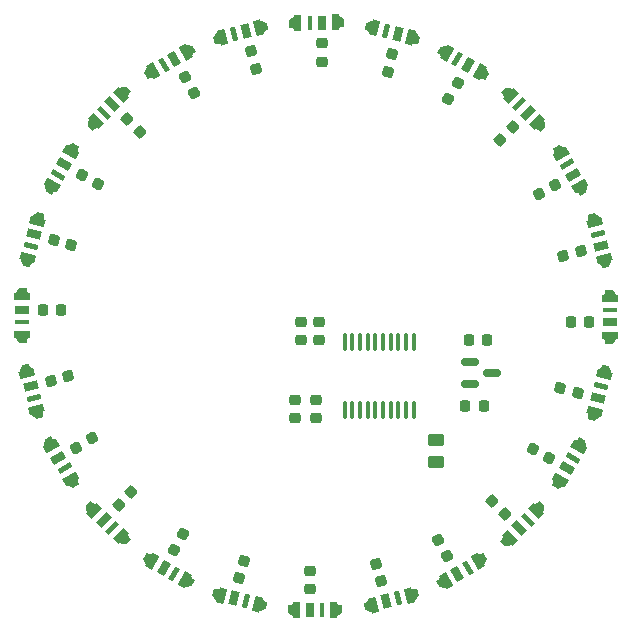
<source format=gbr>
G04 #@! TF.GenerationSoftware,KiCad,Pcbnew,7.0.2-0*
G04 #@! TF.CreationDate,2023-06-19T13:03:14-04:00*
G04 #@! TF.ProjectId,speed_joystick,73706565-645f-46a6-9f79-737469636b2e,rev?*
G04 #@! TF.SameCoordinates,Original*
G04 #@! TF.FileFunction,Paste,Top*
G04 #@! TF.FilePolarity,Positive*
%FSLAX46Y46*%
G04 Gerber Fmt 4.6, Leading zero omitted, Abs format (unit mm)*
G04 Created by KiCad (PCBNEW 7.0.2-0) date 2023-06-19 13:03:14*
%MOMM*%
%LPD*%
G01*
G04 APERTURE LIST*
G04 Aperture macros list*
%AMRoundRect*
0 Rectangle with rounded corners*
0 $1 Rounding radius*
0 $2 $3 $4 $5 $6 $7 $8 $9 X,Y pos of 4 corners*
0 Add a 4 corners polygon primitive as box body*
4,1,4,$2,$3,$4,$5,$6,$7,$8,$9,$2,$3,0*
0 Add four circle primitives for the rounded corners*
1,1,$1+$1,$2,$3*
1,1,$1+$1,$4,$5*
1,1,$1+$1,$6,$7*
1,1,$1+$1,$8,$9*
0 Add four rect primitives between the rounded corners*
20,1,$1+$1,$2,$3,$4,$5,0*
20,1,$1+$1,$4,$5,$6,$7,0*
20,1,$1+$1,$6,$7,$8,$9,0*
20,1,$1+$1,$8,$9,$2,$3,0*%
%AMRotRect*
0 Rectangle, with rotation*
0 The origin of the aperture is its center*
0 $1 length*
0 $2 width*
0 $3 Rotation angle, in degrees counterclockwise*
0 Add horizontal line*
21,1,$1,$2,0,0,$3*%
%AMFreePoly0*
4,1,27,0.535355,0.635355,0.550000,0.600000,0.550000,-0.600000,0.535355,-0.635355,0.500000,-0.650000,-0.050000,-0.650000,-0.085355,-0.635355,-0.100000,-0.600000,-0.100000,-0.486441,-0.207708,-0.454816,-0.327430,-0.377875,-0.420627,-0.270320,-0.429907,-0.250000,-0.500000,-0.250000,-0.535356,-0.235355,-0.550000,-0.200000,-0.550001,0.350000,-0.535355,0.385355,-0.500000,0.400000,-0.293003,0.400000,
-0.207707,0.454816,-0.100000,0.486441,-0.100000,0.600000,-0.085355,0.635355,-0.050000,0.650000,0.500000,0.650000,0.535355,0.635355,0.535355,0.635355,$1*%
%AMFreePoly1*
4,1,27,0.085355,0.635355,0.100000,0.600000,0.100000,0.486441,0.207708,0.454816,0.293003,0.400000,0.500000,0.400000,0.535355,0.385355,0.550000,0.350000,0.550000,-0.200000,0.535355,-0.235355,0.500000,-0.250000,0.429908,-0.250000,0.420627,-0.270320,0.327430,-0.377875,0.207707,-0.454816,0.100000,-0.486441,0.100000,-0.600000,0.085355,-0.635355,0.050000,-0.650000,-0.500000,-0.650000,
-0.535355,-0.635355,-0.550000,-0.600000,-0.550000,0.600000,-0.535355,0.635355,-0.500000,0.650000,0.050000,0.650000,0.085355,0.635355,0.085355,0.635355,$1*%
G04 Aperture macros list end*
%ADD10FreePoly0,255.000000*%
%ADD11RotRect,0.700000X1.200000X255.000000*%
%ADD12RotRect,0.450000X1.200000X255.000000*%
%ADD13FreePoly1,255.000000*%
%ADD14FreePoly0,165.000000*%
%ADD15RotRect,0.700000X1.200000X165.000000*%
%ADD16RotRect,0.450000X1.200000X165.000000*%
%ADD17FreePoly1,165.000000*%
%ADD18RoundRect,0.225000X-0.225000X-0.250000X0.225000X-0.250000X0.225000X0.250000X-0.225000X0.250000X0*%
%ADD19FreePoly0,30.000000*%
%ADD20RotRect,0.700000X1.200000X30.000000*%
%ADD21RotRect,0.450000X1.200000X30.000000*%
%ADD22FreePoly1,30.000000*%
%ADD23RoundRect,0.225000X0.250000X-0.225000X0.250000X0.225000X-0.250000X0.225000X-0.250000X-0.225000X0*%
%ADD24RoundRect,0.225000X0.225000X0.250000X-0.225000X0.250000X-0.225000X-0.250000X0.225000X-0.250000X0*%
%ADD25RoundRect,0.150000X-0.587500X-0.150000X0.587500X-0.150000X0.587500X0.150000X-0.587500X0.150000X0*%
%ADD26FreePoly0,300.000000*%
%ADD27RotRect,0.700000X1.200000X300.000000*%
%ADD28RotRect,0.450000X1.200000X300.000000*%
%ADD29FreePoly1,300.000000*%
%ADD30FreePoly0,150.000000*%
%ADD31RotRect,0.700000X1.200000X150.000000*%
%ADD32RotRect,0.450000X1.200000X150.000000*%
%ADD33FreePoly1,150.000000*%
%ADD34RoundRect,0.225000X0.152629X0.299716X-0.282038X0.183247X-0.152629X-0.299716X0.282038X-0.183247X0*%
%ADD35RoundRect,0.225000X0.183247X-0.282038X0.299716X0.152629X-0.183247X0.282038X-0.299716X-0.152629X0*%
%ADD36RoundRect,0.225000X-0.152629X-0.299716X0.282038X-0.183247X0.152629X0.299716X-0.282038X0.183247X0*%
%ADD37RoundRect,0.100000X0.100000X-0.637500X0.100000X0.637500X-0.100000X0.637500X-0.100000X-0.637500X0*%
%ADD38FreePoly0,315.000000*%
%ADD39RotRect,0.700000X1.200000X315.000000*%
%ADD40RotRect,0.450000X1.200000X315.000000*%
%ADD41FreePoly1,315.000000*%
%ADD42FreePoly0,105.000000*%
%ADD43RotRect,0.700000X1.200000X105.000000*%
%ADD44RotRect,0.450000X1.200000X105.000000*%
%ADD45FreePoly1,105.000000*%
%ADD46FreePoly0,135.000000*%
%ADD47RotRect,0.700000X1.200000X135.000000*%
%ADD48RotRect,0.450000X1.200000X135.000000*%
%ADD49FreePoly1,135.000000*%
%ADD50FreePoly0,330.000000*%
%ADD51RotRect,0.700000X1.200000X330.000000*%
%ADD52RotRect,0.450000X1.200000X330.000000*%
%ADD53FreePoly1,330.000000*%
%ADD54FreePoly0,195.000000*%
%ADD55RotRect,0.700000X1.200000X195.000000*%
%ADD56RotRect,0.450000X1.200000X195.000000*%
%ADD57FreePoly1,195.000000*%
%ADD58FreePoly0,0.000000*%
%ADD59R,0.700000X1.200000*%
%ADD60R,0.450000X1.200000*%
%ADD61FreePoly1,0.000000*%
%ADD62RoundRect,0.225000X-0.183247X0.282038X-0.299716X-0.152629X0.183247X-0.282038X0.299716X0.152629X0*%
%ADD63FreePoly0,90.000000*%
%ADD64R,1.200000X0.700000*%
%ADD65R,1.200000X0.450000*%
%ADD66FreePoly1,90.000000*%
%ADD67RoundRect,0.225000X-0.329006X0.069856X-0.104006X-0.319856X0.329006X-0.069856X0.104006X0.319856X0*%
%ADD68RoundRect,0.225000X-0.299716X0.152629X-0.183247X-0.282038X0.299716X-0.152629X0.183247X0.282038X0*%
%ADD69RoundRect,0.225000X-0.319856X-0.104006X0.069856X-0.329006X0.319856X0.104006X-0.069856X0.329006X0*%
%ADD70FreePoly0,210.000000*%
%ADD71RotRect,0.700000X1.200000X210.000000*%
%ADD72RotRect,0.450000X1.200000X210.000000*%
%ADD73FreePoly1,210.000000*%
%ADD74FreePoly0,240.000000*%
%ADD75RotRect,0.700000X1.200000X240.000000*%
%ADD76RotRect,0.450000X1.200000X240.000000*%
%ADD77FreePoly1,240.000000*%
%ADD78FreePoly0,345.000000*%
%ADD79RotRect,0.700000X1.200000X345.000000*%
%ADD80RotRect,0.450000X1.200000X345.000000*%
%ADD81FreePoly1,345.000000*%
%ADD82RoundRect,0.225000X0.069856X0.329006X-0.319856X0.104006X-0.069856X-0.329006X0.319856X-0.104006X0*%
%ADD83RoundRect,0.225000X0.104006X-0.319856X0.329006X0.069856X-0.104006X0.319856X-0.329006X-0.069856X0*%
%ADD84FreePoly0,15.000000*%
%ADD85RotRect,0.700000X1.200000X15.000000*%
%ADD86RotRect,0.450000X1.200000X15.000000*%
%ADD87FreePoly1,15.000000*%
%ADD88FreePoly0,285.000000*%
%ADD89RotRect,0.700000X1.200000X285.000000*%
%ADD90RotRect,0.450000X1.200000X285.000000*%
%ADD91FreePoly1,285.000000*%
%ADD92RoundRect,0.225000X-0.250000X0.225000X-0.250000X-0.225000X0.250000X-0.225000X0.250000X0.225000X0*%
%ADD93FreePoly0,120.000000*%
%ADD94RotRect,0.700000X1.200000X120.000000*%
%ADD95RotRect,0.450000X1.200000X120.000000*%
%ADD96FreePoly1,120.000000*%
%ADD97RoundRect,0.225000X0.335876X0.017678X0.017678X0.335876X-0.335876X-0.017678X-0.017678X-0.335876X0*%
%ADD98FreePoly0,45.000000*%
%ADD99RotRect,0.700000X1.200000X45.000000*%
%ADD100RotRect,0.450000X1.200000X45.000000*%
%ADD101FreePoly1,45.000000*%
%ADD102RoundRect,0.225000X-0.104006X0.319856X-0.329006X-0.069856X0.104006X-0.319856X0.329006X0.069856X0*%
%ADD103FreePoly0,225.000000*%
%ADD104RotRect,0.700000X1.200000X225.000000*%
%ADD105RotRect,0.450000X1.200000X225.000000*%
%ADD106FreePoly1,225.000000*%
%ADD107RoundRect,0.225000X0.282038X0.183247X-0.152629X0.299716X-0.282038X-0.183247X0.152629X-0.299716X0*%
%ADD108FreePoly0,180.000000*%
%ADD109FreePoly1,180.000000*%
%ADD110RoundRect,0.225000X-0.335876X-0.017678X-0.017678X-0.335876X0.335876X0.017678X0.017678X0.335876X0*%
%ADD111RoundRect,0.250000X0.450000X-0.262500X0.450000X0.262500X-0.450000X0.262500X-0.450000X-0.262500X0*%
%ADD112RoundRect,0.225000X0.329006X-0.069856X0.104006X0.319856X-0.329006X0.069856X-0.104006X-0.319856X0*%
%ADD113RoundRect,0.225000X-0.282038X-0.183247X0.152629X-0.299716X0.282038X0.183247X-0.152629X0.299716X0*%
%ADD114FreePoly0,75.000000*%
%ADD115RotRect,0.700000X1.200000X75.000000*%
%ADD116RotRect,0.450000X1.200000X75.000000*%
%ADD117FreePoly1,75.000000*%
%ADD118RoundRect,0.225000X0.319856X0.104006X-0.069856X0.329006X-0.319856X-0.104006X0.069856X-0.329006X0*%
%ADD119RoundRect,0.225000X0.017678X-0.335876X0.335876X-0.017678X-0.017678X0.335876X-0.335876X0.017678X0*%
%ADD120FreePoly0,270.000000*%
%ADD121FreePoly1,270.000000*%
%ADD122RoundRect,0.225000X0.299716X-0.152629X0.183247X0.282038X-0.299716X0.152629X-0.183247X-0.282038X0*%
%ADD123RoundRect,0.225000X-0.069856X-0.329006X0.319856X-0.104006X0.069856X0.329006X-0.319856X0.104006X0*%
%ADD124RoundRect,0.225000X-0.017678X0.335876X-0.335876X0.017678X0.017678X-0.335876X0.335876X-0.017678X0*%
%ADD125FreePoly0,60.000000*%
%ADD126RotRect,0.700000X1.200000X60.000000*%
%ADD127RotRect,0.450000X1.200000X60.000000*%
%ADD128FreePoly1,60.000000*%
G04 APERTURE END LIST*
D10*
X-23562940Y8237214D03*
D11*
X-23887231Y6926485D03*
D12*
X-24152521Y5936411D03*
D13*
X-24469574Y4753152D03*
D14*
X8237214Y23562940D03*
D15*
X6926485Y23887231D03*
D16*
X5936411Y24152521D03*
D17*
X4753152Y24469574D03*
D18*
X12646500Y-7576000D03*
X14196500Y-7576000D03*
D19*
X10836925Y-22486104D03*
D20*
X11993060Y-21788588D03*
D21*
X12880736Y-21276088D03*
D22*
X13941617Y-20663588D03*
D23*
X254000Y-2032000D03*
X254000Y-482000D03*
D24*
X23114000Y-508000D03*
X21564000Y-508000D03*
D25*
X13032500Y-3876000D03*
X13032500Y-5776000D03*
X14907500Y-4826000D03*
D23*
X0Y-8649000D03*
X0Y-7099000D03*
D26*
X-22486104Y-10836925D03*
D27*
X-21788588Y-11993060D03*
D28*
X-21276088Y-12880736D03*
D29*
X-20663588Y-13941617D03*
D30*
X14055075Y20628104D03*
D31*
X12872940Y21280588D03*
D32*
X11985264Y21793088D03*
D33*
X10924383Y22405588D03*
D34*
X22457890Y5491653D03*
X20960704Y5090483D03*
D35*
X-6473034Y-22194930D03*
X-6071864Y-20697744D03*
D23*
X-1283000Y-2032000D03*
X-1283000Y-482000D03*
D36*
X-22457890Y-5491653D03*
X-20960704Y-5090483D03*
D37*
X2430400Y-7909400D03*
X3080400Y-7909400D03*
X3730400Y-7909400D03*
X4380400Y-7909400D03*
X5030400Y-7909400D03*
X5680400Y-7909400D03*
X6330400Y-7909400D03*
X6980400Y-7909400D03*
X7630400Y-7909400D03*
X8280400Y-7909400D03*
X8280400Y-2184400D03*
X7630400Y-2184400D03*
X6980400Y-2184400D03*
X6330400Y-2184400D03*
X5680400Y-2184400D03*
X5030400Y-2184400D03*
X4380400Y-2184400D03*
X3730400Y-2184400D03*
X3080400Y-2184400D03*
X2430400Y-2184400D03*
D38*
X-18915107Y-16287497D03*
D39*
X-17942128Y-17223707D03*
D40*
X-17217343Y-17948491D03*
D41*
X-16351137Y-18814697D03*
D42*
X24524711Y4647833D03*
D43*
X24150192Y5945104D03*
D44*
X23884902Y6935178D03*
D45*
X23567849Y8118437D03*
D46*
X18915107Y16287497D03*
D47*
X17942128Y17223707D03*
D48*
X17217343Y17948491D03*
D49*
X16351137Y18814697D03*
D23*
X-508000Y-23114000D03*
X-508000Y-21564000D03*
D50*
X-14055075Y-20628104D03*
D51*
X-12872940Y-21280588D03*
D52*
X-11985264Y-21793088D03*
D53*
X-10924383Y-22405588D03*
D54*
X-4647833Y24524711D03*
D55*
X-5945104Y24150192D03*
D56*
X-6935178Y23884902D03*
D57*
X-8118437Y23567849D03*
D58*
X-1858000Y-24892000D03*
D59*
X-508000Y-24866000D03*
D60*
X517000Y-24866000D03*
D61*
X1742000Y-24866000D03*
D62*
X6473034Y22194930D03*
X6071864Y20697744D03*
D63*
X24892000Y-1858000D03*
D64*
X24866000Y-508000D03*
D65*
X24866000Y517000D03*
D66*
X24866000Y1742000D03*
D67*
X-11117059Y20271311D03*
X-10342059Y18928971D03*
D18*
X-23114000Y508000D03*
X-21564000Y508000D03*
D68*
X-5491653Y22457890D03*
X-5090483Y20960704D03*
D69*
X-19763311Y11996941D03*
X-18420971Y11221941D03*
D70*
X-10836925Y22486104D03*
D71*
X-11993060Y21788588D03*
D72*
X-12880736Y21276088D03*
D73*
X-13941617Y20663588D03*
D74*
X-20628104Y14055075D03*
D75*
X-21280588Y12872940D03*
D76*
X-21793088Y11985264D03*
D77*
X-22405588Y10924383D03*
D78*
X-8237214Y-23562940D03*
D79*
X-6926485Y-23887231D03*
D80*
X-5936411Y-24152521D03*
D81*
X-4753152Y-24469574D03*
D82*
X20271311Y11117059D03*
X18928971Y10342059D03*
D23*
X-1778000Y-8649000D03*
X-1778000Y-7099000D03*
D83*
X-11996941Y-19763311D03*
X-11221941Y-18420971D03*
D84*
X4647833Y-24524711D03*
D85*
X5945104Y-24150192D03*
D86*
X6935178Y-23884902D03*
D87*
X8118437Y-23567849D03*
D88*
X-24524711Y-4647833D03*
D89*
X-24150192Y-5945104D03*
D90*
X-23884902Y-6935178D03*
D91*
X-23567849Y-8118437D03*
D92*
X508000Y23114000D03*
X508000Y21564000D03*
D93*
X22486104Y10836925D03*
D94*
X21788588Y11993060D03*
D95*
X21276088Y12880736D03*
D96*
X20663588Y13941617D03*
D97*
X15984856Y-16703277D03*
X14888840Y-15607261D03*
D98*
X16287497Y-18915107D03*
D99*
X17223707Y-17942128D03*
D100*
X17948491Y-17217343D03*
D101*
X18814697Y-16351137D03*
D102*
X11996941Y19763311D03*
X11221941Y18420971D03*
D103*
X-16287497Y18915107D03*
D104*
X-17223707Y17942128D03*
D105*
X-17948491Y17217343D03*
D106*
X-18814697Y16351137D03*
D107*
X22194930Y-6473034D03*
X20697744Y-6071864D03*
D108*
X1858000Y24892000D03*
D59*
X508000Y24866000D03*
D60*
X-517000Y24866000D03*
D109*
X-1742000Y24866000D03*
D110*
X-15984856Y16703277D03*
X-14888840Y15607261D03*
D111*
X10160000Y-12342500D03*
X10160000Y-10517500D03*
D112*
X11117059Y-20271311D03*
X10342059Y-18928971D03*
D113*
X-22194930Y6473034D03*
X-20697744Y6071864D03*
D114*
X23562940Y-8237214D03*
D115*
X23887231Y-6926485D03*
D116*
X24152521Y-5936411D03*
D117*
X24469574Y-4753152D03*
D24*
X14491000Y-2032000D03*
X12941000Y-2032000D03*
D118*
X19763311Y-11996941D03*
X18420971Y-11221941D03*
D119*
X-16703277Y-15984856D03*
X-15607261Y-14888840D03*
D120*
X-24892000Y1858000D03*
D64*
X-24866000Y508000D03*
D65*
X-24866000Y-517000D03*
D121*
X-24866000Y-1742000D03*
D122*
X5491653Y-22457890D03*
X5090483Y-20960704D03*
D123*
X-20271311Y-11117059D03*
X-18928971Y-10342059D03*
D124*
X16703277Y15984856D03*
X15607261Y14888840D03*
D125*
X20628104Y-14055075D03*
D126*
X21280588Y-12872940D03*
D127*
X21793088Y-11985264D03*
D128*
X22405588Y-10924383D03*
M02*

</source>
